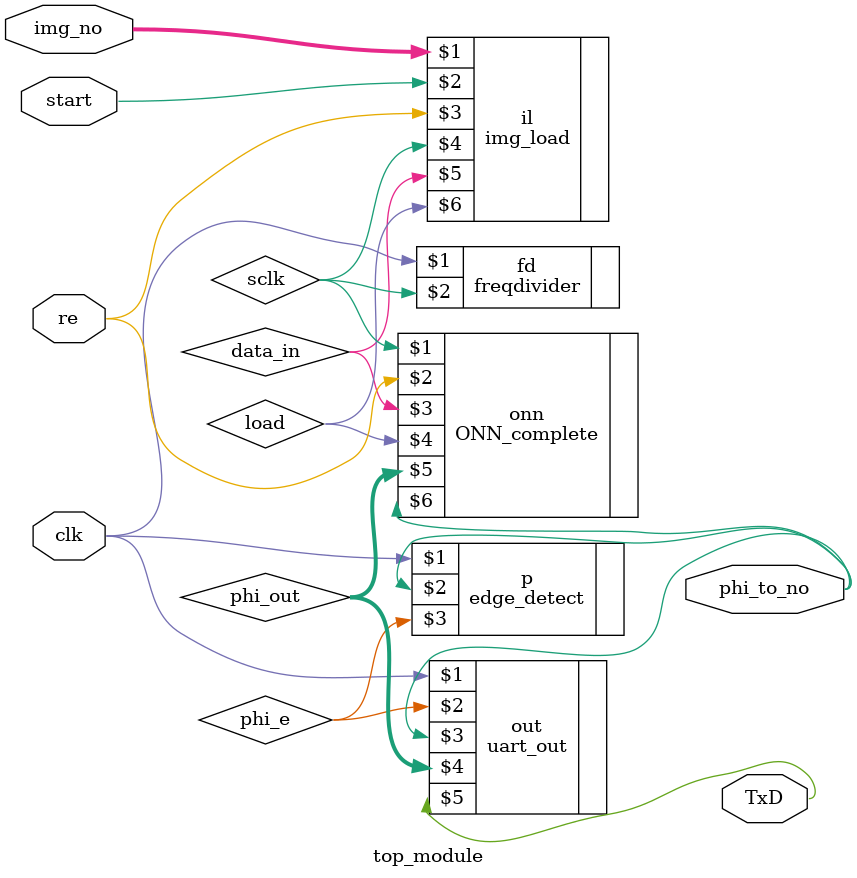
<source format=v>
`timescale 1ns / 1ps

module top_module(
input clk,re,start,
input [2:0]img_no,
output TxD,phi_to_no

    );
wire sclk;
freqdivider fd (clk,sclk);
    
wire [0:59]phi_out;
wire load;
wire data_in;

img_load il(img_no,start,re,sclk,data_in,load);

ONN_complete onn(sclk,re,data_in,load,phi_out,phi_to_no);
wire phi_e;
edge_detect p(clk,phi_to_no,phi_e);    
uart_out out(
         clk,
         phi_e,
         phi_to_no,
         phi_out,
         TxD);
endmodule

</source>
